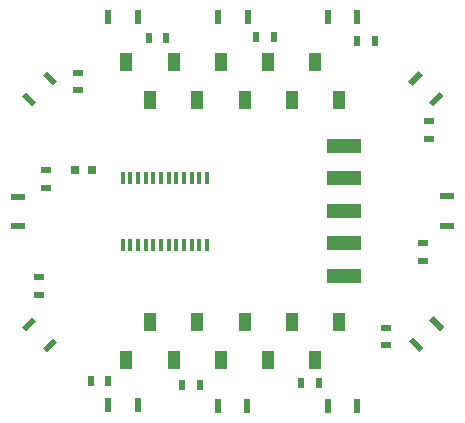
<source format=gbp>
G04 #@! TF.FileFunction,Paste,Bot*
%FSLAX46Y46*%
G04 Gerber Fmt 4.6, Leading zero omitted, Abs format (unit mm)*
G04 Created by KiCad (PCBNEW 4.0.7-e2-6376~58~ubuntu16.04.1) date Mon Aug  6 19:30:18 2018*
%MOMM*%
%LPD*%
G01*
G04 APERTURE LIST*
%ADD10C,0.100000*%
%ADD11R,1.000000X1.600000*%
%ADD12R,0.500000X1.250000*%
%ADD13R,1.250000X0.500000*%
%ADD14R,3.000000X1.250000*%
%ADD15R,0.400000X1.100000*%
%ADD16R,0.500000X0.900000*%
%ADD17R,0.900000X0.500000*%
%ADD18R,0.800000X0.750000*%
G04 APERTURE END LIST*
D10*
D11*
X147600000Y-97350000D03*
X145600000Y-94150000D03*
X143600000Y-97350000D03*
X141600000Y-94150000D03*
X139600000Y-97350000D03*
X137600000Y-94150000D03*
X135600000Y-97350000D03*
X133600000Y-94150000D03*
X131600000Y-97350000D03*
X129600000Y-94150000D03*
D12*
X130580000Y-90290000D03*
X128080000Y-90290000D03*
X139860000Y-90320000D03*
X137360000Y-90320000D03*
X149130000Y-90300000D03*
X146630000Y-90300000D03*
X146640000Y-123200000D03*
X149140000Y-123200000D03*
X128070000Y-123140000D03*
X130570000Y-123140000D03*
D10*
G36*
X156472601Y-96998718D02*
X155588718Y-97882601D01*
X155235165Y-97529048D01*
X156119048Y-96645165D01*
X156472601Y-96998718D01*
X156472601Y-96998718D01*
G37*
G36*
X154704835Y-95230952D02*
X153820952Y-96114835D01*
X153467399Y-95761282D01*
X154351282Y-94877399D01*
X154704835Y-95230952D01*
X154704835Y-95230952D01*
G37*
D13*
X156720000Y-108000000D03*
X156720000Y-105500000D03*
X120460000Y-105510000D03*
X120460000Y-108010000D03*
D12*
X137350000Y-123200000D03*
X139850000Y-123200000D03*
D10*
G36*
X120727399Y-116561282D02*
X121611282Y-115677399D01*
X121964835Y-116030952D01*
X121080952Y-116914835D01*
X120727399Y-116561282D01*
X120727399Y-116561282D01*
G37*
G36*
X122495165Y-118329048D02*
X123379048Y-117445165D01*
X123732601Y-117798718D01*
X122848718Y-118682601D01*
X122495165Y-118329048D01*
X122495165Y-118329048D01*
G37*
G36*
X154371282Y-118652601D02*
X153487399Y-117768718D01*
X153840952Y-117415165D01*
X154724835Y-118299048D01*
X154371282Y-118652601D01*
X154371282Y-118652601D01*
G37*
G36*
X156139048Y-116884835D02*
X155255165Y-116000952D01*
X155608718Y-115647399D01*
X156492601Y-116531282D01*
X156139048Y-116884835D01*
X156139048Y-116884835D01*
G37*
G36*
X122868718Y-94867399D02*
X123752601Y-95751282D01*
X123399048Y-96104835D01*
X122515165Y-95220952D01*
X122868718Y-94867399D01*
X122868718Y-94867399D01*
G37*
G36*
X121100952Y-96635165D02*
X121984835Y-97519048D01*
X121631282Y-97872601D01*
X120747399Y-96988718D01*
X121100952Y-96635165D01*
X121100952Y-96635165D01*
G37*
D11*
X147600000Y-116150000D03*
X145600000Y-119350000D03*
X143600000Y-116150000D03*
X141600000Y-119350000D03*
X139600000Y-116150000D03*
X137600000Y-119350000D03*
X135600000Y-116150000D03*
X133600000Y-119350000D03*
X131600000Y-116150000D03*
X129600000Y-119350000D03*
D14*
X148000000Y-112225000D03*
X148000000Y-109475000D03*
X148000000Y-106725000D03*
X148000000Y-103975000D03*
X148000000Y-101225000D03*
D15*
X136425000Y-109600000D03*
X135775000Y-109600000D03*
X135125000Y-109600000D03*
X134475000Y-109600000D03*
X133825000Y-109600000D03*
X133175000Y-109600000D03*
X132525000Y-109600000D03*
X131875000Y-109600000D03*
X131225000Y-109600000D03*
X130575000Y-109600000D03*
X129925000Y-109600000D03*
X129275000Y-109600000D03*
X129275000Y-103900000D03*
X129925000Y-103900000D03*
X130575000Y-103900000D03*
X131225000Y-103900000D03*
X131875000Y-103900000D03*
X132525000Y-103900000D03*
X133175000Y-103900000D03*
X133825000Y-103900000D03*
X134475000Y-103900000D03*
X135125000Y-103900000D03*
X135775000Y-103900000D03*
X136425000Y-103900000D03*
D16*
X132975000Y-92050000D03*
X131475000Y-92050000D03*
X142075000Y-92025000D03*
X140575000Y-92025000D03*
X150625000Y-92350000D03*
X149125000Y-92350000D03*
D17*
X155225000Y-100600000D03*
X155225000Y-99100000D03*
X154725000Y-110925000D03*
X154725000Y-109425000D03*
X151575000Y-118100000D03*
X151575000Y-116600000D03*
D16*
X144375000Y-121325000D03*
X145875000Y-121325000D03*
X134300000Y-121425000D03*
X135800000Y-121425000D03*
X126575000Y-121100000D03*
X128075000Y-121100000D03*
D17*
X122225000Y-112350000D03*
X122225000Y-113850000D03*
X122750000Y-103250000D03*
X122750000Y-104750000D03*
X125500000Y-95025000D03*
X125500000Y-96525000D03*
D18*
X125225000Y-103250000D03*
X126725000Y-103250000D03*
M02*

</source>
